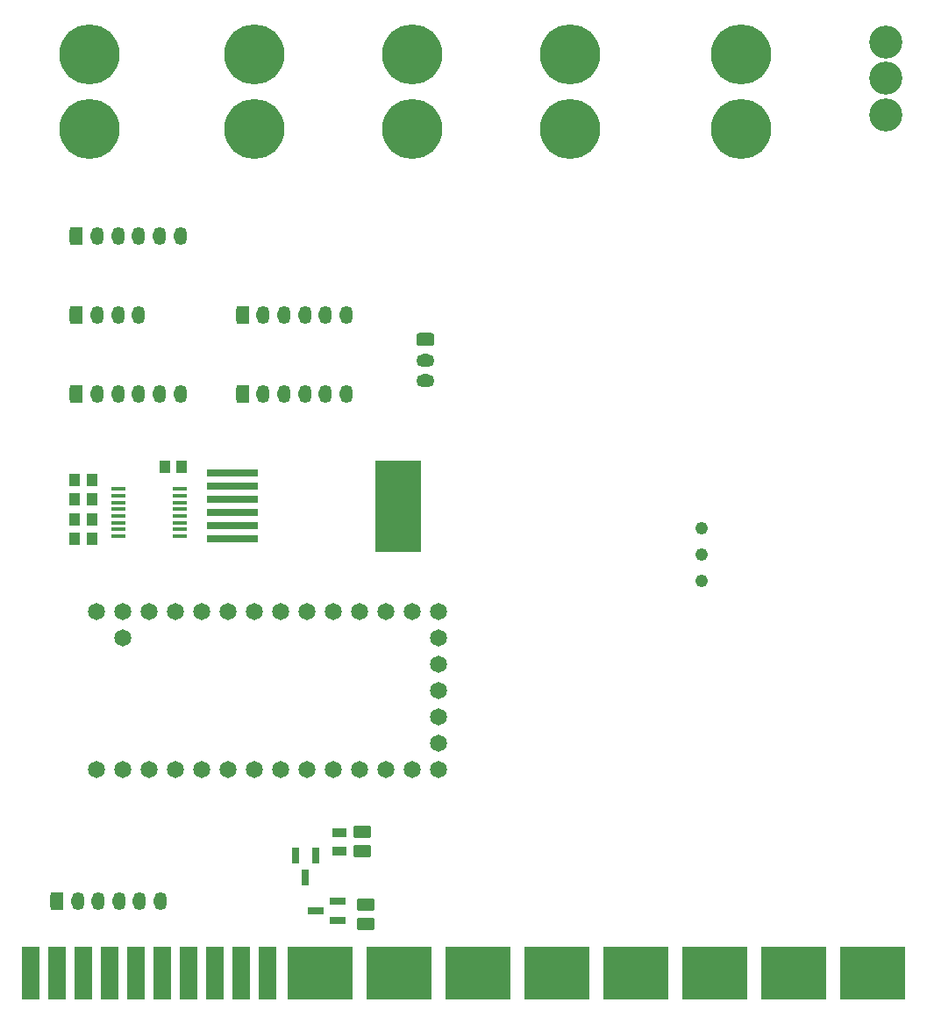
<source format=gbr>
%TF.GenerationSoftware,KiCad,Pcbnew,8.0.4*%
%TF.CreationDate,2025-03-13T14:26:21-04:00*%
%TF.ProjectId,erie_rov_mainboard,65726965-5f72-46f7-965f-6d61696e626f,rev?*%
%TF.SameCoordinates,Original*%
%TF.FileFunction,Soldermask,Top*%
%TF.FilePolarity,Negative*%
%FSLAX46Y46*%
G04 Gerber Fmt 4.6, Leading zero omitted, Abs format (unit mm)*
G04 Created by KiCad (PCBNEW 8.0.4) date 2025-03-13 14:26:21*
%MOMM*%
%LPD*%
G01*
G04 APERTURE LIST*
G04 Aperture macros list*
%AMRoundRect*
0 Rectangle with rounded corners*
0 $1 Rounding radius*
0 $2 $3 $4 $5 $6 $7 $8 $9 X,Y pos of 4 corners*
0 Add a 4 corners polygon primitive as box body*
4,1,4,$2,$3,$4,$5,$6,$7,$8,$9,$2,$3,0*
0 Add four circle primitives for the rounded corners*
1,1,$1+$1,$2,$3*
1,1,$1+$1,$4,$5*
1,1,$1+$1,$6,$7*
1,1,$1+$1,$8,$9*
0 Add four rect primitives between the rounded corners*
20,1,$1+$1,$2,$3,$4,$5,0*
20,1,$1+$1,$4,$5,$6,$7,0*
20,1,$1+$1,$6,$7,$8,$9,0*
20,1,$1+$1,$8,$9,$2,$3,0*%
G04 Aperture macros list end*
%ADD10R,6.350000X5.080000*%
%ADD11R,1.651000X5.080000*%
%ADD12C,5.800000*%
%ADD13R,1.380599X0.350800*%
%ADD14RoundRect,0.070000X0.650000X0.300000X-0.650000X0.300000X-0.650000X-0.300000X0.650000X-0.300000X0*%
%ADD15R,1.066800X1.219200*%
%ADD16RoundRect,0.264583X-0.610417X0.370417X-0.610417X-0.370417X0.610417X-0.370417X0.610417X0.370417X0*%
%ADD17O,1.750000X1.270000*%
%ADD18RoundRect,0.264583X-0.370417X-0.610417X0.370417X-0.610417X0.370417X0.610417X-0.370417X0.610417X0*%
%ADD19O,1.270000X1.750000*%
%ADD20R,1.397000X0.812800*%
%ADD21C,1.651000*%
%ADD22RoundRect,0.102000X-0.710000X0.500000X-0.710000X-0.500000X0.710000X-0.500000X0.710000X0.500000X0*%
%ADD23RoundRect,0.070000X-0.300000X0.650000X-0.300000X-0.650000X0.300000X-0.650000X0.300000X0.650000X0*%
%ADD24RoundRect,0.102000X0.710000X-0.500000X0.710000X0.500000X-0.710000X0.500000X-0.710000X-0.500000X0*%
%ADD25R,5.003800X0.762000*%
%ADD26R,4.495800X8.788400*%
%ADD27C,3.200000*%
%ADD28C,1.219200*%
G04 APERTURE END LIST*
D10*
%TO.C,J1*%
X140970000Y-199390000D03*
X133350000Y-199390000D03*
X125730000Y-199390000D03*
X118110000Y-199390000D03*
X110490000Y-199390000D03*
X102870000Y-199390000D03*
X95250000Y-199390000D03*
X87630000Y-199390000D03*
D11*
X82550000Y-199390000D03*
X80010000Y-199390000D03*
X77470000Y-199390000D03*
X74930000Y-199390000D03*
X72390000Y-199390000D03*
X69850000Y-199390000D03*
X67310000Y-199390000D03*
X64770000Y-199390000D03*
X62230000Y-199390000D03*
X59690000Y-199390000D03*
%TD*%
D12*
%TO.C,J2*%
X81280000Y-110700000D03*
X81280000Y-117900000D03*
%TD*%
%TO.C,J5*%
X65405000Y-110700000D03*
X65405000Y-117900000D03*
%TD*%
D13*
%TO.C,U2*%
X68179701Y-152665001D03*
X68179701Y-153314999D03*
X68179701Y-153965001D03*
X68179701Y-154614999D03*
X68179701Y-155264998D03*
X68179701Y-155914999D03*
X68179701Y-156564998D03*
X68179701Y-157214999D03*
X74060299Y-157214999D03*
X74060299Y-156565001D03*
X74060299Y-155914999D03*
X74060299Y-155265001D03*
X74060299Y-154615002D03*
X74060299Y-153965001D03*
X74060299Y-153315002D03*
X74060299Y-152665001D03*
%TD*%
D14*
%TO.C,Q3*%
X89315000Y-194305000D03*
X89315000Y-192405000D03*
X87215000Y-193355000D03*
%TD*%
D15*
%TO.C,C3*%
X65595500Y-151765000D03*
X63944500Y-151765000D03*
%TD*%
D12*
%TO.C,J4*%
X96520000Y-110700000D03*
X96520000Y-117900000D03*
%TD*%
D16*
%TO.C,J14*%
X97790000Y-138240000D03*
D17*
X97790000Y-140240000D03*
X97790000Y-142240000D03*
%TD*%
D12*
%TO.C,J3*%
X111760000Y-110700000D03*
X111760000Y-117900000D03*
%TD*%
D18*
%TO.C,J10*%
X80170000Y-135890000D03*
D19*
X82170000Y-135890000D03*
X84170000Y-135890000D03*
X86170000Y-135890000D03*
X88170000Y-135890000D03*
X90170000Y-135890000D03*
%TD*%
D18*
%TO.C,J15*%
X62230000Y-192405000D03*
D19*
X64230000Y-192405000D03*
X66230000Y-192405000D03*
X68230000Y-192405000D03*
X70230000Y-192405000D03*
X72230000Y-192405000D03*
%TD*%
D18*
%TO.C,J12*%
X64135000Y-143510000D03*
D19*
X66135000Y-143510000D03*
X68135000Y-143510000D03*
X70135000Y-143510000D03*
X72135000Y-143510000D03*
X74135000Y-143510000D03*
%TD*%
D20*
%TO.C,R3*%
X89512700Y-187566300D03*
X89512700Y-185813700D03*
%TD*%
D21*
%TO.C,U1*%
X66040000Y-179705000D03*
X68580000Y-179705000D03*
X71120000Y-179705000D03*
X73660000Y-179705000D03*
X76200000Y-179705000D03*
X78740000Y-179705000D03*
X81280000Y-179705000D03*
X83820000Y-179705000D03*
X86360000Y-179705000D03*
X88900000Y-179705000D03*
X91440000Y-179705000D03*
X93980000Y-179705000D03*
X96520000Y-179705000D03*
X99060000Y-179705000D03*
X99060000Y-177165000D03*
X99060000Y-174625000D03*
X99060000Y-172085000D03*
X99060000Y-169545000D03*
X99060000Y-167005000D03*
X99060000Y-164465000D03*
X96520000Y-164465000D03*
X93980000Y-164465000D03*
X91440000Y-164465000D03*
X88900000Y-164465000D03*
X86360000Y-164465000D03*
X83820000Y-164465000D03*
X81280000Y-164465000D03*
X78740000Y-164465000D03*
X76200000Y-164465000D03*
X73660000Y-164465000D03*
X71120000Y-164465000D03*
X68580000Y-164465000D03*
X66040000Y-164465000D03*
X68580000Y-167005000D03*
%TD*%
D18*
%TO.C,J11*%
X64135000Y-135890000D03*
D19*
X66135000Y-135890000D03*
X68135000Y-135890000D03*
X70135000Y-135890000D03*
%TD*%
D15*
%TO.C,C1*%
X65595500Y-153670000D03*
X63944500Y-153670000D03*
%TD*%
D22*
%TO.C,R5*%
X92075000Y-192740000D03*
X92075000Y-194610000D03*
%TD*%
D18*
%TO.C,J9*%
X80170000Y-143510000D03*
D19*
X82170000Y-143510000D03*
X84170000Y-143510000D03*
X86170000Y-143510000D03*
X88170000Y-143510000D03*
X90170000Y-143510000D03*
%TD*%
D23*
%TO.C,Q2*%
X87183000Y-188053000D03*
X85283000Y-188053000D03*
X86233000Y-190153000D03*
%TD*%
D15*
%TO.C,C5*%
X72644000Y-150495000D03*
X74295000Y-150495000D03*
%TD*%
D24*
%TO.C,R4*%
X91694000Y-187625000D03*
X91694000Y-185755000D03*
%TD*%
D25*
%TO.C,J6*%
X79134098Y-157480000D03*
X79134098Y-156210000D03*
X79134098Y-154940000D03*
X79134098Y-153670000D03*
X79134098Y-152400000D03*
X79134098Y-151130000D03*
D26*
X95184099Y-154305000D03*
%TD*%
D27*
%TO.C,J7*%
X142240000Y-109530000D03*
X142240000Y-113030000D03*
X142240000Y-116530000D03*
%TD*%
D28*
%TO.C,U3*%
X124460000Y-156421709D03*
X124460000Y-158961709D03*
X124460000Y-161501709D03*
%TD*%
D12*
%TO.C,J8*%
X128270000Y-110700000D03*
X128270000Y-117900000D03*
%TD*%
D18*
%TO.C,J13*%
X64135000Y-128270000D03*
D19*
X66135000Y-128270000D03*
X68135000Y-128270000D03*
X70135000Y-128270000D03*
X72135000Y-128270000D03*
X74135000Y-128270000D03*
%TD*%
D15*
%TO.C,C2*%
X65595500Y-155575000D03*
X63944500Y-155575000D03*
%TD*%
%TO.C,C4*%
X63944500Y-157480000D03*
X65595500Y-157480000D03*
%TD*%
M02*

</source>
